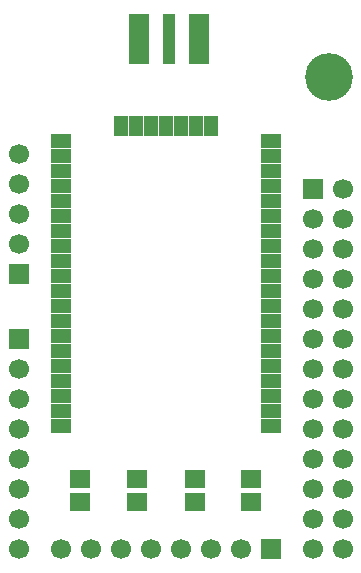
<source format=gbr>
G04 DipTrace 3.0.0.1*
G04 TopMask.gbr*
%MOIN*%
G04 #@! TF.FileFunction,Soldermask,Top*
G04 #@! TF.Part,Single*
%ADD34C,0.159449*%
%ADD39R,0.047638X0.067874*%
%ADD41R,0.067874X0.047638*%
%ADD45C,0.066929*%
%ADD47R,0.066929X0.066929*%
%ADD49R,0.066929X0.059055*%
%ADD53R,0.041339X0.167717*%
%ADD55R,0.067717X0.167717*%
%FSLAX26Y26*%
G04*
G70*
G90*
G75*
G01*
G04 TopMask*
%LPD*%
D55*
X857769Y2177565D3*
D53*
X957769Y2177171D3*
D55*
X1057376D3*
D49*
X1231890Y634646D3*
Y709449D3*
X1042937Y634701D3*
Y709504D3*
X850788Y634646D3*
Y709449D3*
X661811Y634646D3*
Y709449D3*
D34*
X1490764Y2051134D3*
D47*
X457349Y1175722D3*
D45*
Y1075722D3*
Y975722D3*
Y875722D3*
Y775722D3*
Y675722D3*
Y575722D3*
Y475722D3*
D47*
X456764Y1393496D3*
D45*
Y1493496D3*
Y1593496D3*
Y1693496D3*
Y1793496D3*
D47*
X1297449Y475607D3*
D45*
X1197449D3*
X1097449D3*
X997449D3*
X897449D3*
X797449D3*
X697449D3*
X597449D3*
D41*
X1297008Y885701D3*
Y935701D3*
Y985701D3*
Y1035701D3*
Y1085701D3*
Y1135701D3*
Y1185701D3*
Y1235701D3*
Y1285701D3*
Y1335701D3*
Y1385701D3*
Y1435701D3*
Y1485701D3*
Y1535701D3*
Y1585701D3*
Y1635701D3*
Y1685701D3*
Y1735701D3*
Y1785701D3*
Y1835701D3*
D39*
X1097008Y1885701D3*
X1047008D3*
X997008D3*
X947008D3*
X897008D3*
X847008D3*
X797008D3*
D41*
X597008Y1835701D3*
Y1785701D3*
Y1735701D3*
Y1685701D3*
Y1635701D3*
Y1585701D3*
Y1535701D3*
Y1485701D3*
Y1435701D3*
Y1385701D3*
Y1335701D3*
Y1285701D3*
Y1235701D3*
Y1185701D3*
Y1135701D3*
Y1085701D3*
Y1035701D3*
Y985701D3*
Y935701D3*
Y885701D3*
D47*
X1437126Y1675701D3*
D45*
X1537126D3*
X1437126Y1575701D3*
X1537126D3*
X1437126Y1475701D3*
X1537126D3*
X1437126Y1375701D3*
X1537126D3*
X1437126Y1275701D3*
X1537126D3*
X1437126Y1175701D3*
X1537126D3*
X1437126Y1075701D3*
X1537126D3*
X1437126Y975701D3*
X1537126D3*
X1437126Y875701D3*
X1537126D3*
X1437126Y775701D3*
X1537126D3*
X1437126Y675701D3*
X1537126D3*
X1437126Y575701D3*
X1537126D3*
X1437126Y475701D3*
X1537126D3*
M02*

</source>
